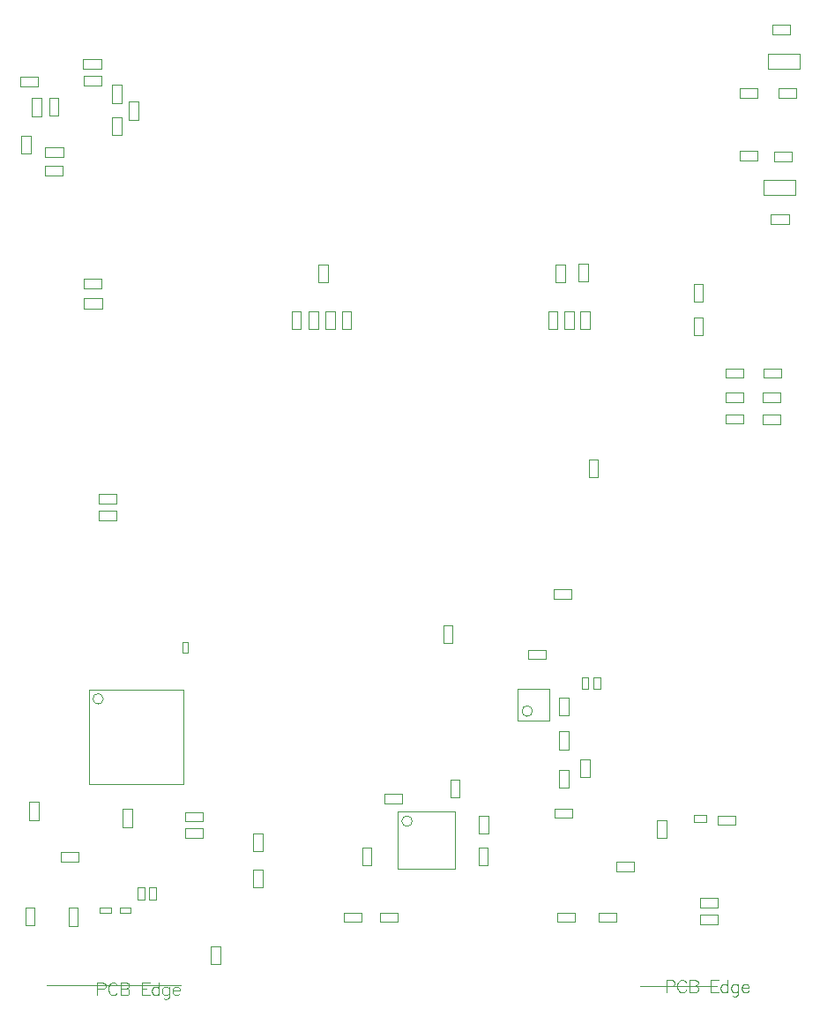
<source format=gbr>
%TF.GenerationSoftware,Altium Limited,Altium Designer,18.1.7 (191)*%
G04 Layer_Color=8388736*
%FSLAX26Y26*%
%MOIN*%
%TF.FileFunction,Other,Top_Assembly*%
%TF.Part,Single*%
G01*
G75*
%TA.AperFunction,NonConductor*%
%ADD108C,0.003937*%
%ADD177C,0.002000*%
%ADD178C,0.003000*%
D108*
X2158937Y1125374D02*
G03*
X2158937Y1125374I-19685J0D01*
G01*
X536949Y1171693D02*
G03*
X536949Y1171693I-19685J0D01*
G01*
X1704606Y709606D02*
G03*
X1704606Y709606I-19685J0D01*
G01*
X518543Y1883031D02*
X585473D01*
X518543Y1847599D02*
X585473D01*
X518543D02*
Y1883031D01*
X585473Y1847599D02*
Y1883031D01*
X518307Y1944725D02*
X585235D01*
X518307Y1909291D02*
X585235D01*
X518307D02*
Y1944725D01*
X585235Y1909291D02*
Y1944725D01*
X2409567Y363661D02*
X2476496D01*
X2409567Y328228D02*
X2476496D01*
X2409567D02*
Y363661D01*
X2476496Y328228D02*
Y363661D01*
X2252716Y363661D02*
X2319646D01*
X2252716Y328228D02*
X2319646D01*
X2252716D02*
Y363661D01*
X2319646Y328228D02*
Y363661D01*
X2332756Y2748268D02*
X2368189D01*
X2332756Y2815197D02*
X2368189D01*
X2332756Y2748268D02*
Y2815197D01*
X2368189Y2748268D02*
Y2815197D01*
X2279488Y2569528D02*
X2314921D01*
X2279488Y2636457D02*
X2314921D01*
X2279488Y2569528D02*
Y2636457D01*
X2314921Y2569528D02*
Y2636457D01*
X2246929Y2745827D02*
X2282362D01*
X2246929Y2812756D02*
X2282362D01*
X2246929Y2745827D02*
Y2812756D01*
X2282362Y2745827D02*
Y2812756D01*
X1376457Y2569528D02*
X1411890D01*
X1376457Y2636457D02*
X1411890D01*
X1376457Y2569528D02*
Y2636457D01*
X1411890Y2569528D02*
Y2636457D01*
X1350866Y2745512D02*
X1386299D01*
X1350866Y2812441D02*
X1386299D01*
X1350866Y2745512D02*
Y2812441D01*
X1386299Y2745512D02*
Y2812441D01*
X2260158Y1047982D02*
X2295590D01*
X2260158Y981054D02*
X2295590D01*
Y1047982D01*
X2260158Y981054D02*
Y1047982D01*
X2103819Y1089941D02*
X2221929D01*
X2103819Y1208051D02*
X2221929D01*
X2103819Y1089941D02*
Y1208051D01*
X2221929Y1089941D02*
Y1208051D01*
X2239764Y1549252D02*
X2306693D01*
X2239764Y1584685D02*
X2306693D01*
Y1549252D02*
Y1584685D01*
X2239764Y1549252D02*
Y1584685D01*
X2254252Y2569528D02*
Y2636457D01*
X2218819Y2569528D02*
Y2636457D01*
X2254252D01*
X2218819Y2569528D02*
X2254252D01*
X2375669D02*
Y2636457D01*
X2340236Y2569528D02*
Y2636457D01*
X2375669D01*
X2340236Y2569528D02*
X2375669D01*
X1474606D02*
Y2636457D01*
X1439173Y2569528D02*
Y2636457D01*
X1474606D01*
X1439173Y2569528D02*
X1474606D01*
X1348268D02*
Y2636457D01*
X1312835Y2569528D02*
Y2636457D01*
X1348268D01*
X1312835Y2569528D02*
X1348268D01*
X1284606D02*
Y2636457D01*
X1249173Y2569528D02*
Y2636457D01*
X1284606D01*
X1249173Y2569528D02*
X1284606D01*
X2390197Y1208937D02*
Y1254213D01*
X2415787Y1208937D02*
Y1254213D01*
X2390197Y1208937D02*
X2415787D01*
X2390197Y1254213D02*
X2415787D01*
X666732Y412677D02*
X692323D01*
X666732Y457953D02*
X692323D01*
X666732Y412677D02*
Y457953D01*
X692323Y412677D02*
Y457953D01*
X735236Y412677D02*
Y457953D01*
X709646Y412677D02*
Y457953D01*
X735236D01*
X709646Y412677D02*
X735236D01*
X2769488Y732677D02*
X2814764D01*
X2769488Y707087D02*
X2814764D01*
X2769488D02*
Y732677D01*
X2814764Y707087D02*
Y732677D01*
X3050433Y3553268D02*
Y3608386D01*
X3170512Y3553268D02*
Y3608386D01*
X3050433Y3553268D02*
X3170512D01*
X3050433Y3608386D02*
X3170512D01*
X3033346Y3077481D02*
X3153425D01*
X3033346Y3132599D02*
X3153425D01*
X3033346Y3077481D02*
Y3132599D01*
X3153425Y3077481D02*
Y3132599D01*
X2347756Y1210315D02*
Y1251654D01*
X2369409Y1210315D02*
Y1251654D01*
X2347756Y1210315D02*
X2369409D01*
X2347756Y1251654D02*
X2369409D01*
X374764Y554685D02*
X443661D01*
X374764Y592087D02*
X443661D01*
Y554685D02*
Y592087D01*
X374764Y554685D02*
Y592087D01*
X292815Y712382D02*
Y781280D01*
X255413Y712382D02*
Y781280D01*
X292815D01*
X255413Y712382D02*
X292815D01*
X481830Y848858D02*
X840098D01*
X481830Y1207126D02*
X840098D01*
Y848858D02*
Y1207126D01*
X481830Y848858D02*
Y1207126D01*
X1649487Y528503D02*
X1866023D01*
X1649487Y745039D02*
X1866023D01*
Y528503D02*
Y745039D01*
X1649487Y528503D02*
Y745039D01*
X2943780Y3443386D02*
Y3478819D01*
X3010709Y3443386D02*
Y3478819D01*
X2943780D02*
X3010709D01*
X2943780Y3443386D02*
X3010709D01*
X2943819Y3205905D02*
Y3241338D01*
X3010748Y3205905D02*
Y3241338D01*
X2943819D02*
X3010748D01*
X2943819Y3205905D02*
X3010748D01*
X226102Y3299803D02*
X261535D01*
X226102Y3232874D02*
X261535D01*
Y3299803D01*
X226102Y3232874D02*
Y3299803D01*
X289016Y3487008D02*
Y3522441D01*
X222087Y3487008D02*
Y3522441D01*
Y3487008D02*
X289016D01*
X222087Y3522441D02*
X289016D01*
X1104606Y526338D02*
X1140039D01*
X1104606Y459409D02*
X1140039D01*
Y526338D01*
X1104606Y459409D02*
Y526338D01*
X1103622Y597559D02*
Y664488D01*
X1139055Y597559D02*
Y664488D01*
X1103622Y597559D02*
X1139055D01*
X1103622Y664488D02*
X1139055D01*
X942559Y168386D02*
X977992D01*
X942559Y235315D02*
X977992D01*
X942559Y168386D02*
Y235315D01*
X977992Y168386D02*
Y235315D01*
X241299Y314764D02*
X276732D01*
X241299Y381693D02*
X276732D01*
X241299Y314764D02*
Y381693D01*
X276732Y314764D02*
Y381693D01*
X1821732Y1450787D02*
X1857165D01*
X1821732Y1383858D02*
X1857165D01*
Y1450787D01*
X1821732Y1383858D02*
Y1450787D01*
X2803583Y2673465D02*
Y2740394D01*
X2768150Y2673465D02*
Y2740394D01*
X2803583D01*
X2768150Y2673465D02*
X2803583D01*
X2803504Y2545512D02*
Y2612441D01*
X2768071Y2545512D02*
Y2612441D01*
X2803504D01*
X2768071Y2545512D02*
X2803504D01*
X3030197Y2210906D02*
Y2246339D01*
X3097126Y2210906D02*
Y2246339D01*
X3030197D02*
X3097126D01*
X3030197Y2210906D02*
X3097126D01*
X3030197Y2293307D02*
Y2328740D01*
X3097126Y2293307D02*
Y2328740D01*
X3030197D02*
X3097126D01*
X3030197Y2293307D02*
X3097126D01*
X3032323Y2384764D02*
Y2420197D01*
X3099252Y2384764D02*
Y2420197D01*
X3032323D02*
X3099252D01*
X3032323Y2384764D02*
X3099252D01*
X2888386Y2211496D02*
X2955315D01*
X2888386Y2246929D02*
X2955315D01*
Y2211496D02*
Y2246929D01*
X2888386Y2211496D02*
Y2246929D01*
Y2293307D02*
X2955315D01*
X2888386Y2328740D02*
X2955315D01*
Y2293307D02*
Y2328740D01*
X2888386Y2293307D02*
Y2328740D01*
X2890512Y2385827D02*
X2957441D01*
X2890512Y2421260D02*
X2957441D01*
Y2385827D02*
Y2421260D01*
X2890512Y2385827D02*
Y2421260D01*
X835511Y1345552D02*
X857165D01*
X835511Y1386890D02*
X857165D01*
X835511Y1345552D02*
Y1386890D01*
X857165Y1345552D02*
Y1386890D01*
X2566456Y87874D02*
X2857794D01*
X2311142Y721929D02*
Y757363D01*
X2244213Y721929D02*
Y757363D01*
Y721929D02*
X2311142D01*
X2244213Y757363D02*
X2311142D01*
X3088425Y3442716D02*
Y3480118D01*
X3157323Y3442716D02*
Y3480118D01*
X3088425D02*
X3157323D01*
X3088425Y3442716D02*
X3157323D01*
X3065472Y3681300D02*
X3134370D01*
X3065472Y3718700D02*
X3134370D01*
Y3681300D02*
Y3718700D01*
X3065472Y3681300D02*
Y3718700D01*
X570314Y3424528D02*
X605748D01*
X570314Y3491456D02*
X605748D01*
X570314Y3424528D02*
Y3491456D01*
X605748Y3424528D02*
Y3491456D01*
X570944Y3304054D02*
X606378D01*
X570944Y3370984D02*
X606378D01*
X570944Y3304054D02*
Y3370984D01*
X606378Y3304054D02*
Y3370984D01*
X1955039Y543307D02*
Y610237D01*
X1990473Y543307D02*
Y610237D01*
X1955039Y543307D02*
X1990473D01*
X1955039Y610237D02*
X1990473D01*
X2296062Y1108426D02*
Y1175354D01*
X2260630Y1108426D02*
Y1175354D01*
X2296062D01*
X2260630Y1108426D02*
X2296062D01*
X632322Y3360906D02*
X669724D01*
X632322Y3429804D02*
X669724D01*
X632322Y3360906D02*
Y3429804D01*
X669724Y3360906D02*
Y3429804D01*
X2793740Y384134D02*
Y419568D01*
X2860670Y384134D02*
Y419568D01*
X2793740D02*
X2860670D01*
X2793740Y384134D02*
X2860670D01*
X2793740Y321102D02*
X2860670D01*
X2793740Y356536D02*
X2860670D01*
Y321102D02*
Y356536D01*
X2793740Y321102D02*
Y356536D01*
X2371850Y2010964D02*
Y2077894D01*
X2407284Y2010964D02*
Y2077894D01*
X2371850Y2010964D02*
X2407284D01*
X2371850Y2077894D02*
X2407284D01*
X2142500Y1356870D02*
X2209430D01*
X2142500Y1321438D02*
X2209430D01*
X2142500D02*
Y1356870D01*
X2209430Y1321438D02*
Y1356870D01*
X2476300Y555905D02*
X2543228D01*
X2476300Y520473D02*
X2543228D01*
X2476300D02*
Y555905D01*
X2543228Y520473D02*
Y555905D01*
X2340000Y942952D02*
X2375434D01*
X2340000Y876024D02*
X2375434D01*
Y942952D01*
X2340000Y876024D02*
Y942952D01*
X2260655Y901535D02*
X2296087D01*
X2260655Y834607D02*
X2296087D01*
Y901535D01*
X2260655Y834607D02*
Y901535D01*
X2665826Y646299D02*
Y713229D01*
X2630394Y646299D02*
Y713229D01*
X2665826D01*
X2630394Y646299D02*
X2665826D01*
X640632Y362126D02*
Y384174D01*
X599686Y362126D02*
Y384174D01*
Y362126D02*
X640632D01*
X599686Y384174D02*
X640632D01*
X524056Y361456D02*
Y383504D01*
X565001Y361456D02*
Y383504D01*
X524056D02*
X565001D01*
X524056Y361456D02*
X565001D01*
X3128070Y2964920D02*
Y3002322D01*
X3059172Y2964920D02*
Y3002322D01*
Y2964920D02*
X3128070D01*
X3059172Y3002322D02*
X3128070D01*
X3072008Y3202816D02*
Y3240216D01*
X3140906Y3202816D02*
Y3240216D01*
X3072008D02*
X3140906D01*
X3072008Y3202816D02*
X3140906D01*
X1848306Y867363D02*
X1883740D01*
X1848306Y800433D02*
X1883740D01*
Y867363D01*
X1848306Y800433D02*
Y867363D01*
X1993347Y663701D02*
Y730631D01*
X1957913Y663701D02*
Y730631D01*
X1993347D01*
X1957913Y663701D02*
X1993347D01*
X1515039Y543307D02*
Y610237D01*
X1550473Y543307D02*
Y610237D01*
X1515039Y543307D02*
X1550473D01*
X1515039Y610237D02*
X1550473D01*
X1599173Y811339D02*
X1666103D01*
X1599173Y775905D02*
X1666103D01*
X1599173D02*
Y811339D01*
X1666103Y775905D02*
Y811339D01*
X323070Y87972D02*
X828976D01*
X1447323Y328229D02*
Y363661D01*
X1514251Y328229D02*
Y363661D01*
X1447323D02*
X1514251D01*
X1447323Y328229D02*
X1514251D01*
X1582323Y328229D02*
X1649251D01*
X1582323Y363661D02*
X1649251D01*
Y328229D02*
Y363661D01*
X1582323Y328229D02*
Y363661D01*
X911733Y708660D02*
Y744095D01*
X844803Y708660D02*
Y744095D01*
Y708660D02*
X911733D01*
X844803Y744095D02*
X911733D01*
X645354Y686103D02*
Y754999D01*
X607954Y686103D02*
Y754999D01*
X645354D01*
X607954Y686103D02*
X645354D01*
X2860710Y730039D02*
X2927638D01*
X2860710Y694606D02*
X2927638D01*
X2860710D02*
Y730039D01*
X2927638Y694606D02*
Y730039D01*
X404962Y314409D02*
Y381339D01*
X440394Y314409D02*
Y381339D01*
X404962Y314409D02*
X440394D01*
X404962Y381339D02*
X440394D01*
X463504Y3489566D02*
Y3525000D01*
X530434Y3489566D02*
Y3525000D01*
X463504D02*
X530434D01*
X463504Y3489566D02*
X530434D01*
X460078Y3553582D02*
Y3590984D01*
X530944Y3553582D02*
Y3590984D01*
X460078D02*
X530944D01*
X460078Y3553582D02*
X530944D01*
X317610Y3185354D02*
X384540D01*
X317610Y3149922D02*
X384540D01*
X317610D02*
Y3185354D01*
X384540Y3149922D02*
Y3185354D01*
X386508Y3218938D02*
Y3256338D01*
X315642Y3218938D02*
Y3256338D01*
Y3218938D02*
X386508D01*
X315642Y3256338D02*
X386508D01*
X533294Y2647456D02*
Y2684858D01*
X462428Y2647456D02*
Y2684858D01*
Y2647456D02*
X533294D01*
X462428Y2684858D02*
X533294D01*
X463964Y2758874D02*
X530894D01*
X463964Y2723440D02*
X530894D01*
X463964D02*
Y2758874D01*
X530894Y2723440D02*
Y2758874D01*
X366850Y3376378D02*
Y3443306D01*
X331418Y3376378D02*
Y3443306D01*
X366850D01*
X331418Y3376378D02*
X366850D01*
X265472Y3372008D02*
X302874D01*
X265472Y3442874D02*
X302874D01*
X265472Y3372008D02*
Y3442874D01*
X302874Y3372008D02*
Y3442874D01*
X844920Y646732D02*
Y682164D01*
X911850Y646732D02*
Y682164D01*
X844920D02*
X911850D01*
X844920Y646732D02*
X911850D01*
D177*
X2664882Y84776D02*
X2685125D01*
X2691873Y87025D01*
X2694122Y89274D01*
X2696371Y93773D01*
Y100520D01*
X2694122Y105019D01*
X2691873Y107268D01*
X2685125Y109517D01*
X2664882D01*
Y62283D01*
X2740681Y98271D02*
X2738432Y102770D01*
X2733933Y107268D01*
X2729435Y109517D01*
X2720438D01*
X2715939Y107268D01*
X2711441Y102770D01*
X2709192Y98271D01*
X2706943Y91523D01*
Y80277D01*
X2709192Y73530D01*
X2711441Y69031D01*
X2715939Y64533D01*
X2720438Y62283D01*
X2729435D01*
X2733933Y64533D01*
X2738432Y69031D01*
X2740681Y73530D01*
X2753952Y109517D02*
Y62283D01*
Y109517D02*
X2774195D01*
X2780943Y107268D01*
X2783192Y105019D01*
X2785441Y100520D01*
Y96022D01*
X2783192Y91523D01*
X2780943Y89274D01*
X2774195Y87025D01*
X2753952D02*
X2774195D01*
X2780943Y84776D01*
X2783192Y82526D01*
X2785441Y78028D01*
Y71280D01*
X2783192Y66782D01*
X2780943Y64533D01*
X2774195Y62283D01*
X2753952D01*
X2862365Y109517D02*
X2833125D01*
Y62283D01*
X2862365D01*
X2833125Y87025D02*
X2851119D01*
X2897228Y109517D02*
Y62283D01*
Y87025D02*
X2892730Y91523D01*
X2888231Y93773D01*
X2881483D01*
X2876985Y91523D01*
X2872486Y87025D01*
X2870237Y80277D01*
Y75779D01*
X2872486Y69031D01*
X2876985Y64533D01*
X2881483Y62283D01*
X2888231D01*
X2892730Y64533D01*
X2897228Y69031D01*
X2936815Y93773D02*
Y57785D01*
X2934565Y51037D01*
X2932316Y48788D01*
X2927818Y46539D01*
X2921070D01*
X2916572Y48788D01*
X2936815Y87025D02*
X2932316Y91523D01*
X2927818Y93773D01*
X2921070D01*
X2916572Y91523D01*
X2912073Y87025D01*
X2909824Y80277D01*
Y75779D01*
X2912073Y69031D01*
X2916572Y64533D01*
X2921070Y62283D01*
X2927818D01*
X2932316Y64533D01*
X2936815Y69031D01*
X2949410Y80277D02*
X2976401D01*
Y84776D01*
X2974152Y89274D01*
X2971903Y91523D01*
X2967404Y93773D01*
X2960657D01*
X2956158Y91523D01*
X2951660Y87025D01*
X2949410Y80277D01*
Y75779D01*
X2951660Y69031D01*
X2956158Y64533D01*
X2960657Y62283D01*
X2967404D01*
X2971903Y64533D01*
X2976401Y69031D01*
D178*
X513819Y74835D02*
X534062D01*
X540809Y77084D01*
X543059Y79333D01*
X545308Y83832D01*
Y90579D01*
X543059Y95078D01*
X540809Y97327D01*
X534062Y99576D01*
X513819D01*
Y52343D01*
X589618Y88330D02*
X587369Y92829D01*
X582870Y97327D01*
X578372Y99576D01*
X569375D01*
X564876Y97327D01*
X560378Y92829D01*
X558129Y88330D01*
X555879Y81583D01*
Y70336D01*
X558129Y63589D01*
X560378Y59090D01*
X564876Y54592D01*
X569375Y52343D01*
X578372D01*
X582870Y54592D01*
X587369Y59090D01*
X589618Y63589D01*
X602889Y99576D02*
Y52343D01*
Y99576D02*
X623132D01*
X629879Y97327D01*
X632129Y95078D01*
X634378Y90579D01*
Y86081D01*
X632129Y81583D01*
X629879Y79333D01*
X623132Y77084D01*
X602889D02*
X623132D01*
X629879Y74835D01*
X632129Y72586D01*
X634378Y68087D01*
Y61339D01*
X632129Y56841D01*
X629879Y54592D01*
X623132Y52343D01*
X602889D01*
X711302Y99576D02*
X682062D01*
Y52343D01*
X711302D01*
X682062Y77084D02*
X700056D01*
X746165Y99576D02*
Y52343D01*
Y77084D02*
X741666Y81583D01*
X737168Y83832D01*
X730420D01*
X725922Y81583D01*
X721423Y77084D01*
X719174Y70336D01*
Y65838D01*
X721423Y59090D01*
X725922Y54592D01*
X730420Y52343D01*
X737168D01*
X741666Y54592D01*
X746165Y59090D01*
X785751Y83832D02*
Y47844D01*
X783502Y41096D01*
X781253Y38847D01*
X776755Y36598D01*
X770007D01*
X765508Y38847D01*
X785751Y77084D02*
X781253Y81583D01*
X776755Y83832D01*
X770007D01*
X765508Y81583D01*
X761010Y77084D01*
X758761Y70336D01*
Y65838D01*
X761010Y59090D01*
X765508Y54592D01*
X770007Y52343D01*
X776755D01*
X781253Y54592D01*
X785751Y59090D01*
X798347Y70336D02*
X825338D01*
Y74835D01*
X823089Y79333D01*
X820840Y81583D01*
X816341Y83832D01*
X809593D01*
X805095Y81583D01*
X800596Y77084D01*
X798347Y70336D01*
Y65838D01*
X800596Y59090D01*
X805095Y54592D01*
X809593Y52343D01*
X816341D01*
X820840Y54592D01*
X825338Y59090D01*
%TF.MD5,b895d88c5fc598f7120a86f572ccf506*%
M02*

</source>
